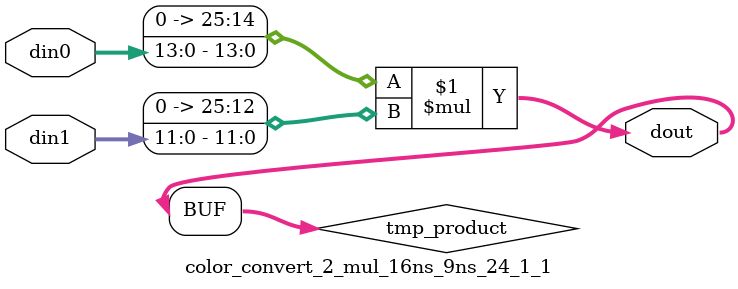
<source format=v>

`timescale 1 ns / 1 ps

  module color_convert_2_mul_16ns_9ns_24_1_1(din0, din1, dout);
parameter ID = 1;
parameter NUM_STAGE = 0;
parameter din0_WIDTH = 14;
parameter din1_WIDTH = 12;
parameter dout_WIDTH = 26;

input [din0_WIDTH - 1 : 0] din0; 
input [din1_WIDTH - 1 : 0] din1; 
output [dout_WIDTH - 1 : 0] dout;

wire signed [dout_WIDTH - 1 : 0] tmp_product;










assign tmp_product = $signed({1'b0, din0}) * $signed({1'b0, din1});











assign dout = tmp_product;







endmodule

</source>
